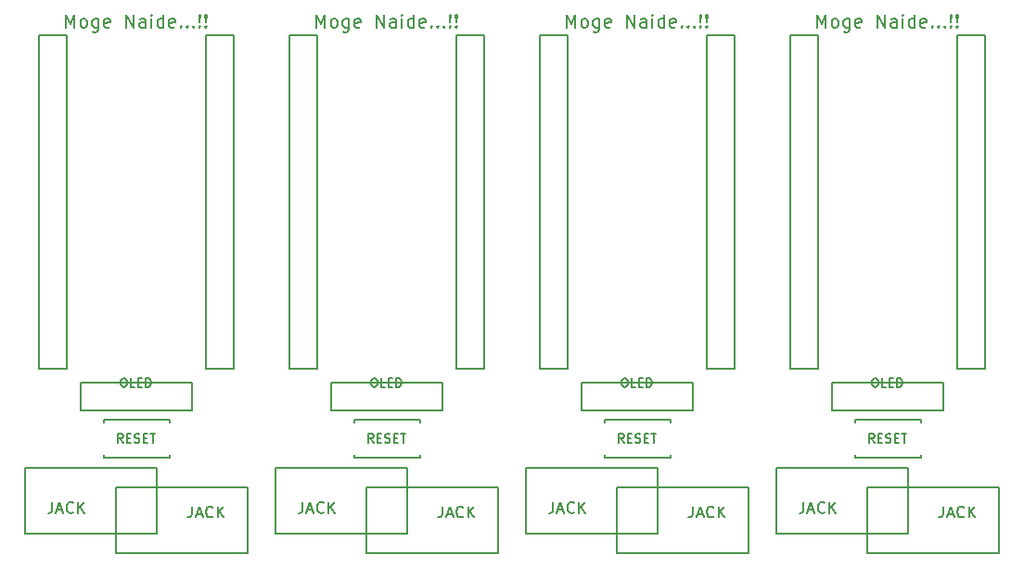
<source format=gto>
G04 #@! TF.GenerationSoftware,KiCad,Pcbnew,5.0.2-bee76a0~70~ubuntu18.04.1*
G04 #@! TF.CreationDate,2019-11-06T22:06:29+09:00*
G04 #@! TF.ProjectId,promicro-home_panel,70726f6d-6963-4726-9f2d-686f6d655f70,1*
G04 #@! TF.SameCoordinates,Original*
G04 #@! TF.FileFunction,Legend,Top*
G04 #@! TF.FilePolarity,Positive*
%FSLAX46Y46*%
G04 Gerber Fmt 4.6, Leading zero omitted, Abs format (unit mm)*
G04 Created by KiCad (PCBNEW 5.0.2-bee76a0~70~ubuntu18.04.1) date 2019年11月06日 22時06分29秒*
%MOMM*%
%LPD*%
G01*
G04 APERTURE LIST*
%ADD10C,0.187500*%
%ADD11C,0.200000*%
%ADD12C,0.150000*%
G04 APERTURE END LIST*
D10*
X159335000Y-46897857D02*
X159335000Y-45697857D01*
X159735000Y-46555000D01*
X160135000Y-45697857D01*
X160135000Y-46897857D01*
X160877857Y-46897857D02*
X160763571Y-46840714D01*
X160706428Y-46783571D01*
X160649285Y-46669285D01*
X160649285Y-46326428D01*
X160706428Y-46212142D01*
X160763571Y-46155000D01*
X160877857Y-46097857D01*
X161049285Y-46097857D01*
X161163571Y-46155000D01*
X161220714Y-46212142D01*
X161277857Y-46326428D01*
X161277857Y-46669285D01*
X161220714Y-46783571D01*
X161163571Y-46840714D01*
X161049285Y-46897857D01*
X160877857Y-46897857D01*
X162306428Y-46097857D02*
X162306428Y-47069285D01*
X162249285Y-47183571D01*
X162192142Y-47240714D01*
X162077857Y-47297857D01*
X161906428Y-47297857D01*
X161792142Y-47240714D01*
X162306428Y-46840714D02*
X162192142Y-46897857D01*
X161963571Y-46897857D01*
X161849285Y-46840714D01*
X161792142Y-46783571D01*
X161735000Y-46669285D01*
X161735000Y-46326428D01*
X161792142Y-46212142D01*
X161849285Y-46155000D01*
X161963571Y-46097857D01*
X162192142Y-46097857D01*
X162306428Y-46155000D01*
X163335000Y-46840714D02*
X163220714Y-46897857D01*
X162992142Y-46897857D01*
X162877857Y-46840714D01*
X162820714Y-46726428D01*
X162820714Y-46269285D01*
X162877857Y-46155000D01*
X162992142Y-46097857D01*
X163220714Y-46097857D01*
X163335000Y-46155000D01*
X163392142Y-46269285D01*
X163392142Y-46383571D01*
X162820714Y-46497857D01*
X164820714Y-46897857D02*
X164820714Y-45697857D01*
X165506428Y-46897857D01*
X165506428Y-45697857D01*
X166592142Y-46897857D02*
X166592142Y-46269285D01*
X166535000Y-46155000D01*
X166420714Y-46097857D01*
X166192142Y-46097857D01*
X166077857Y-46155000D01*
X166592142Y-46840714D02*
X166477857Y-46897857D01*
X166192142Y-46897857D01*
X166077857Y-46840714D01*
X166020714Y-46726428D01*
X166020714Y-46612142D01*
X166077857Y-46497857D01*
X166192142Y-46440714D01*
X166477857Y-46440714D01*
X166592142Y-46383571D01*
X167163571Y-46897857D02*
X167163571Y-46097857D01*
X167163571Y-45697857D02*
X167106428Y-45755000D01*
X167163571Y-45812142D01*
X167220714Y-45755000D01*
X167163571Y-45697857D01*
X167163571Y-45812142D01*
X168249285Y-46897857D02*
X168249285Y-45697857D01*
X168249285Y-46840714D02*
X168135000Y-46897857D01*
X167906428Y-46897857D01*
X167792142Y-46840714D01*
X167735000Y-46783571D01*
X167677857Y-46669285D01*
X167677857Y-46326428D01*
X167735000Y-46212142D01*
X167792142Y-46155000D01*
X167906428Y-46097857D01*
X168135000Y-46097857D01*
X168249285Y-46155000D01*
X169277857Y-46840714D02*
X169163571Y-46897857D01*
X168935000Y-46897857D01*
X168820714Y-46840714D01*
X168763571Y-46726428D01*
X168763571Y-46269285D01*
X168820714Y-46155000D01*
X168935000Y-46097857D01*
X169163571Y-46097857D01*
X169277857Y-46155000D01*
X169335000Y-46269285D01*
X169335000Y-46383571D01*
X168763571Y-46497857D01*
X169849285Y-46783571D02*
X169906428Y-46840714D01*
X169849285Y-46897857D01*
X169792142Y-46840714D01*
X169849285Y-46783571D01*
X169849285Y-46897857D01*
X170420714Y-46783571D02*
X170477857Y-46840714D01*
X170420714Y-46897857D01*
X170363571Y-46840714D01*
X170420714Y-46783571D01*
X170420714Y-46897857D01*
X170992142Y-46783571D02*
X171049285Y-46840714D01*
X170992142Y-46897857D01*
X170935000Y-46840714D01*
X170992142Y-46783571D01*
X170992142Y-46897857D01*
X171563571Y-46783571D02*
X171620714Y-46840714D01*
X171563571Y-46897857D01*
X171506428Y-46840714D01*
X171563571Y-46783571D01*
X171563571Y-46897857D01*
X171563571Y-46440714D02*
X171506428Y-45755000D01*
X171563571Y-45697857D01*
X171620714Y-45755000D01*
X171563571Y-46440714D01*
X171563571Y-45697857D01*
X172135000Y-46783571D02*
X172192142Y-46840714D01*
X172135000Y-46897857D01*
X172077857Y-46840714D01*
X172135000Y-46783571D01*
X172135000Y-46897857D01*
X172135000Y-46440714D02*
X172077857Y-45755000D01*
X172135000Y-45697857D01*
X172192142Y-45755000D01*
X172135000Y-46440714D01*
X172135000Y-45697857D01*
X136475000Y-46897857D02*
X136475000Y-45697857D01*
X136875000Y-46555000D01*
X137275000Y-45697857D01*
X137275000Y-46897857D01*
X138017857Y-46897857D02*
X137903571Y-46840714D01*
X137846428Y-46783571D01*
X137789285Y-46669285D01*
X137789285Y-46326428D01*
X137846428Y-46212142D01*
X137903571Y-46155000D01*
X138017857Y-46097857D01*
X138189285Y-46097857D01*
X138303571Y-46155000D01*
X138360714Y-46212142D01*
X138417857Y-46326428D01*
X138417857Y-46669285D01*
X138360714Y-46783571D01*
X138303571Y-46840714D01*
X138189285Y-46897857D01*
X138017857Y-46897857D01*
X139446428Y-46097857D02*
X139446428Y-47069285D01*
X139389285Y-47183571D01*
X139332142Y-47240714D01*
X139217857Y-47297857D01*
X139046428Y-47297857D01*
X138932142Y-47240714D01*
X139446428Y-46840714D02*
X139332142Y-46897857D01*
X139103571Y-46897857D01*
X138989285Y-46840714D01*
X138932142Y-46783571D01*
X138875000Y-46669285D01*
X138875000Y-46326428D01*
X138932142Y-46212142D01*
X138989285Y-46155000D01*
X139103571Y-46097857D01*
X139332142Y-46097857D01*
X139446428Y-46155000D01*
X140475000Y-46840714D02*
X140360714Y-46897857D01*
X140132142Y-46897857D01*
X140017857Y-46840714D01*
X139960714Y-46726428D01*
X139960714Y-46269285D01*
X140017857Y-46155000D01*
X140132142Y-46097857D01*
X140360714Y-46097857D01*
X140475000Y-46155000D01*
X140532142Y-46269285D01*
X140532142Y-46383571D01*
X139960714Y-46497857D01*
X141960714Y-46897857D02*
X141960714Y-45697857D01*
X142646428Y-46897857D01*
X142646428Y-45697857D01*
X143732142Y-46897857D02*
X143732142Y-46269285D01*
X143675000Y-46155000D01*
X143560714Y-46097857D01*
X143332142Y-46097857D01*
X143217857Y-46155000D01*
X143732142Y-46840714D02*
X143617857Y-46897857D01*
X143332142Y-46897857D01*
X143217857Y-46840714D01*
X143160714Y-46726428D01*
X143160714Y-46612142D01*
X143217857Y-46497857D01*
X143332142Y-46440714D01*
X143617857Y-46440714D01*
X143732142Y-46383571D01*
X144303571Y-46897857D02*
X144303571Y-46097857D01*
X144303571Y-45697857D02*
X144246428Y-45755000D01*
X144303571Y-45812142D01*
X144360714Y-45755000D01*
X144303571Y-45697857D01*
X144303571Y-45812142D01*
X145389285Y-46897857D02*
X145389285Y-45697857D01*
X145389285Y-46840714D02*
X145275000Y-46897857D01*
X145046428Y-46897857D01*
X144932142Y-46840714D01*
X144875000Y-46783571D01*
X144817857Y-46669285D01*
X144817857Y-46326428D01*
X144875000Y-46212142D01*
X144932142Y-46155000D01*
X145046428Y-46097857D01*
X145275000Y-46097857D01*
X145389285Y-46155000D01*
X146417857Y-46840714D02*
X146303571Y-46897857D01*
X146075000Y-46897857D01*
X145960714Y-46840714D01*
X145903571Y-46726428D01*
X145903571Y-46269285D01*
X145960714Y-46155000D01*
X146075000Y-46097857D01*
X146303571Y-46097857D01*
X146417857Y-46155000D01*
X146475000Y-46269285D01*
X146475000Y-46383571D01*
X145903571Y-46497857D01*
X146989285Y-46783571D02*
X147046428Y-46840714D01*
X146989285Y-46897857D01*
X146932142Y-46840714D01*
X146989285Y-46783571D01*
X146989285Y-46897857D01*
X147560714Y-46783571D02*
X147617857Y-46840714D01*
X147560714Y-46897857D01*
X147503571Y-46840714D01*
X147560714Y-46783571D01*
X147560714Y-46897857D01*
X148132142Y-46783571D02*
X148189285Y-46840714D01*
X148132142Y-46897857D01*
X148075000Y-46840714D01*
X148132142Y-46783571D01*
X148132142Y-46897857D01*
X148703571Y-46783571D02*
X148760714Y-46840714D01*
X148703571Y-46897857D01*
X148646428Y-46840714D01*
X148703571Y-46783571D01*
X148703571Y-46897857D01*
X148703571Y-46440714D02*
X148646428Y-45755000D01*
X148703571Y-45697857D01*
X148760714Y-45755000D01*
X148703571Y-46440714D01*
X148703571Y-45697857D01*
X149275000Y-46783571D02*
X149332142Y-46840714D01*
X149275000Y-46897857D01*
X149217857Y-46840714D01*
X149275000Y-46783571D01*
X149275000Y-46897857D01*
X149275000Y-46440714D02*
X149217857Y-45755000D01*
X149275000Y-45697857D01*
X149332142Y-45755000D01*
X149275000Y-46440714D01*
X149275000Y-45697857D01*
X113615000Y-46897857D02*
X113615000Y-45697857D01*
X114015000Y-46555000D01*
X114415000Y-45697857D01*
X114415000Y-46897857D01*
X115157857Y-46897857D02*
X115043571Y-46840714D01*
X114986428Y-46783571D01*
X114929285Y-46669285D01*
X114929285Y-46326428D01*
X114986428Y-46212142D01*
X115043571Y-46155000D01*
X115157857Y-46097857D01*
X115329285Y-46097857D01*
X115443571Y-46155000D01*
X115500714Y-46212142D01*
X115557857Y-46326428D01*
X115557857Y-46669285D01*
X115500714Y-46783571D01*
X115443571Y-46840714D01*
X115329285Y-46897857D01*
X115157857Y-46897857D01*
X116586428Y-46097857D02*
X116586428Y-47069285D01*
X116529285Y-47183571D01*
X116472142Y-47240714D01*
X116357857Y-47297857D01*
X116186428Y-47297857D01*
X116072142Y-47240714D01*
X116586428Y-46840714D02*
X116472142Y-46897857D01*
X116243571Y-46897857D01*
X116129285Y-46840714D01*
X116072142Y-46783571D01*
X116015000Y-46669285D01*
X116015000Y-46326428D01*
X116072142Y-46212142D01*
X116129285Y-46155000D01*
X116243571Y-46097857D01*
X116472142Y-46097857D01*
X116586428Y-46155000D01*
X117615000Y-46840714D02*
X117500714Y-46897857D01*
X117272142Y-46897857D01*
X117157857Y-46840714D01*
X117100714Y-46726428D01*
X117100714Y-46269285D01*
X117157857Y-46155000D01*
X117272142Y-46097857D01*
X117500714Y-46097857D01*
X117615000Y-46155000D01*
X117672142Y-46269285D01*
X117672142Y-46383571D01*
X117100714Y-46497857D01*
X119100714Y-46897857D02*
X119100714Y-45697857D01*
X119786428Y-46897857D01*
X119786428Y-45697857D01*
X120872142Y-46897857D02*
X120872142Y-46269285D01*
X120815000Y-46155000D01*
X120700714Y-46097857D01*
X120472142Y-46097857D01*
X120357857Y-46155000D01*
X120872142Y-46840714D02*
X120757857Y-46897857D01*
X120472142Y-46897857D01*
X120357857Y-46840714D01*
X120300714Y-46726428D01*
X120300714Y-46612142D01*
X120357857Y-46497857D01*
X120472142Y-46440714D01*
X120757857Y-46440714D01*
X120872142Y-46383571D01*
X121443571Y-46897857D02*
X121443571Y-46097857D01*
X121443571Y-45697857D02*
X121386428Y-45755000D01*
X121443571Y-45812142D01*
X121500714Y-45755000D01*
X121443571Y-45697857D01*
X121443571Y-45812142D01*
X122529285Y-46897857D02*
X122529285Y-45697857D01*
X122529285Y-46840714D02*
X122415000Y-46897857D01*
X122186428Y-46897857D01*
X122072142Y-46840714D01*
X122015000Y-46783571D01*
X121957857Y-46669285D01*
X121957857Y-46326428D01*
X122015000Y-46212142D01*
X122072142Y-46155000D01*
X122186428Y-46097857D01*
X122415000Y-46097857D01*
X122529285Y-46155000D01*
X123557857Y-46840714D02*
X123443571Y-46897857D01*
X123215000Y-46897857D01*
X123100714Y-46840714D01*
X123043571Y-46726428D01*
X123043571Y-46269285D01*
X123100714Y-46155000D01*
X123215000Y-46097857D01*
X123443571Y-46097857D01*
X123557857Y-46155000D01*
X123615000Y-46269285D01*
X123615000Y-46383571D01*
X123043571Y-46497857D01*
X124129285Y-46783571D02*
X124186428Y-46840714D01*
X124129285Y-46897857D01*
X124072142Y-46840714D01*
X124129285Y-46783571D01*
X124129285Y-46897857D01*
X124700714Y-46783571D02*
X124757857Y-46840714D01*
X124700714Y-46897857D01*
X124643571Y-46840714D01*
X124700714Y-46783571D01*
X124700714Y-46897857D01*
X125272142Y-46783571D02*
X125329285Y-46840714D01*
X125272142Y-46897857D01*
X125215000Y-46840714D01*
X125272142Y-46783571D01*
X125272142Y-46897857D01*
X125843571Y-46783571D02*
X125900714Y-46840714D01*
X125843571Y-46897857D01*
X125786428Y-46840714D01*
X125843571Y-46783571D01*
X125843571Y-46897857D01*
X125843571Y-46440714D02*
X125786428Y-45755000D01*
X125843571Y-45697857D01*
X125900714Y-45755000D01*
X125843571Y-46440714D01*
X125843571Y-45697857D01*
X126415000Y-46783571D02*
X126472142Y-46840714D01*
X126415000Y-46897857D01*
X126357857Y-46840714D01*
X126415000Y-46783571D01*
X126415000Y-46897857D01*
X126415000Y-46440714D02*
X126357857Y-45755000D01*
X126415000Y-45697857D01*
X126472142Y-45755000D01*
X126415000Y-46440714D01*
X126415000Y-45697857D01*
D11*
X170815000Y-79375000D02*
X160655000Y-79375000D01*
X147955000Y-79375000D02*
X137795000Y-79375000D01*
X125095000Y-79375000D02*
X114935000Y-79375000D01*
X170815000Y-81915000D02*
X170815000Y-79375000D01*
X147955000Y-81915000D02*
X147955000Y-79375000D01*
X125095000Y-81915000D02*
X125095000Y-79375000D01*
X160655000Y-81915000D02*
X170815000Y-81915000D01*
X137795000Y-81915000D02*
X147955000Y-81915000D01*
X114935000Y-81915000D02*
X125095000Y-81915000D01*
X160655000Y-79375000D02*
X160655000Y-81915000D01*
X137795000Y-79375000D02*
X137795000Y-81915000D01*
X114935000Y-79375000D02*
X114935000Y-81915000D01*
X92075000Y-79375000D02*
X92075000Y-81915000D01*
X92075000Y-81915000D02*
X102235000Y-81915000D01*
X102235000Y-81915000D02*
X102235000Y-79375000D01*
X102235000Y-79375000D02*
X92075000Y-79375000D01*
D10*
X90755000Y-46897857D02*
X90755000Y-45697857D01*
X91155000Y-46555000D01*
X91555000Y-45697857D01*
X91555000Y-46897857D01*
X92297857Y-46897857D02*
X92183571Y-46840714D01*
X92126428Y-46783571D01*
X92069285Y-46669285D01*
X92069285Y-46326428D01*
X92126428Y-46212142D01*
X92183571Y-46155000D01*
X92297857Y-46097857D01*
X92469285Y-46097857D01*
X92583571Y-46155000D01*
X92640714Y-46212142D01*
X92697857Y-46326428D01*
X92697857Y-46669285D01*
X92640714Y-46783571D01*
X92583571Y-46840714D01*
X92469285Y-46897857D01*
X92297857Y-46897857D01*
X93726428Y-46097857D02*
X93726428Y-47069285D01*
X93669285Y-47183571D01*
X93612142Y-47240714D01*
X93497857Y-47297857D01*
X93326428Y-47297857D01*
X93212142Y-47240714D01*
X93726428Y-46840714D02*
X93612142Y-46897857D01*
X93383571Y-46897857D01*
X93269285Y-46840714D01*
X93212142Y-46783571D01*
X93155000Y-46669285D01*
X93155000Y-46326428D01*
X93212142Y-46212142D01*
X93269285Y-46155000D01*
X93383571Y-46097857D01*
X93612142Y-46097857D01*
X93726428Y-46155000D01*
X94755000Y-46840714D02*
X94640714Y-46897857D01*
X94412142Y-46897857D01*
X94297857Y-46840714D01*
X94240714Y-46726428D01*
X94240714Y-46269285D01*
X94297857Y-46155000D01*
X94412142Y-46097857D01*
X94640714Y-46097857D01*
X94755000Y-46155000D01*
X94812142Y-46269285D01*
X94812142Y-46383571D01*
X94240714Y-46497857D01*
X96240714Y-46897857D02*
X96240714Y-45697857D01*
X96926428Y-46897857D01*
X96926428Y-45697857D01*
X98012142Y-46897857D02*
X98012142Y-46269285D01*
X97955000Y-46155000D01*
X97840714Y-46097857D01*
X97612142Y-46097857D01*
X97497857Y-46155000D01*
X98012142Y-46840714D02*
X97897857Y-46897857D01*
X97612142Y-46897857D01*
X97497857Y-46840714D01*
X97440714Y-46726428D01*
X97440714Y-46612142D01*
X97497857Y-46497857D01*
X97612142Y-46440714D01*
X97897857Y-46440714D01*
X98012142Y-46383571D01*
X98583571Y-46897857D02*
X98583571Y-46097857D01*
X98583571Y-45697857D02*
X98526428Y-45755000D01*
X98583571Y-45812142D01*
X98640714Y-45755000D01*
X98583571Y-45697857D01*
X98583571Y-45812142D01*
X99669285Y-46897857D02*
X99669285Y-45697857D01*
X99669285Y-46840714D02*
X99555000Y-46897857D01*
X99326428Y-46897857D01*
X99212142Y-46840714D01*
X99155000Y-46783571D01*
X99097857Y-46669285D01*
X99097857Y-46326428D01*
X99155000Y-46212142D01*
X99212142Y-46155000D01*
X99326428Y-46097857D01*
X99555000Y-46097857D01*
X99669285Y-46155000D01*
X100697857Y-46840714D02*
X100583571Y-46897857D01*
X100355000Y-46897857D01*
X100240714Y-46840714D01*
X100183571Y-46726428D01*
X100183571Y-46269285D01*
X100240714Y-46155000D01*
X100355000Y-46097857D01*
X100583571Y-46097857D01*
X100697857Y-46155000D01*
X100755000Y-46269285D01*
X100755000Y-46383571D01*
X100183571Y-46497857D01*
X101269285Y-46783571D02*
X101326428Y-46840714D01*
X101269285Y-46897857D01*
X101212142Y-46840714D01*
X101269285Y-46783571D01*
X101269285Y-46897857D01*
X101840714Y-46783571D02*
X101897857Y-46840714D01*
X101840714Y-46897857D01*
X101783571Y-46840714D01*
X101840714Y-46783571D01*
X101840714Y-46897857D01*
X102412142Y-46783571D02*
X102469285Y-46840714D01*
X102412142Y-46897857D01*
X102355000Y-46840714D01*
X102412142Y-46783571D01*
X102412142Y-46897857D01*
X102983571Y-46783571D02*
X103040714Y-46840714D01*
X102983571Y-46897857D01*
X102926428Y-46840714D01*
X102983571Y-46783571D01*
X102983571Y-46897857D01*
X102983571Y-46440714D02*
X102926428Y-45755000D01*
X102983571Y-45697857D01*
X103040714Y-45755000D01*
X102983571Y-46440714D01*
X102983571Y-45697857D01*
X103555000Y-46783571D02*
X103612142Y-46840714D01*
X103555000Y-46897857D01*
X103497857Y-46840714D01*
X103555000Y-46783571D01*
X103555000Y-46897857D01*
X103555000Y-46440714D02*
X103497857Y-45755000D01*
X103555000Y-45697857D01*
X103612142Y-45755000D01*
X103555000Y-46440714D01*
X103555000Y-45697857D01*
D12*
G04 #@! TO.C,RESET1*
X162810000Y-86205000D02*
X168810000Y-86205000D01*
X168810000Y-86205000D02*
X168810000Y-85955000D01*
X162810000Y-86205000D02*
X162810000Y-85955000D01*
X162810000Y-82705000D02*
X162810000Y-82955000D01*
X162810000Y-82705000D02*
X168810000Y-82705000D01*
X168810000Y-82705000D02*
X168810000Y-82955000D01*
X139950000Y-86205000D02*
X145950000Y-86205000D01*
X145950000Y-86205000D02*
X145950000Y-85955000D01*
X139950000Y-86205000D02*
X139950000Y-85955000D01*
X139950000Y-82705000D02*
X139950000Y-82955000D01*
X139950000Y-82705000D02*
X145950000Y-82705000D01*
X145950000Y-82705000D02*
X145950000Y-82955000D01*
X117090000Y-86205000D02*
X123090000Y-86205000D01*
X123090000Y-86205000D02*
X123090000Y-85955000D01*
X117090000Y-86205000D02*
X117090000Y-85955000D01*
X117090000Y-82705000D02*
X117090000Y-82955000D01*
X117090000Y-82705000D02*
X123090000Y-82705000D01*
X123090000Y-82705000D02*
X123090000Y-82955000D01*
G04 #@! TO.C,JACK*
X167625000Y-93130000D02*
X155625000Y-93130000D01*
X167625000Y-87130000D02*
X167625000Y-93130000D01*
X155625000Y-87130000D02*
X167625000Y-87130000D01*
X155625000Y-93130000D02*
X155625000Y-87130000D01*
X144765000Y-93130000D02*
X132765000Y-93130000D01*
X144765000Y-87130000D02*
X144765000Y-93130000D01*
X132765000Y-87130000D02*
X144765000Y-87130000D01*
X132765000Y-93130000D02*
X132765000Y-87130000D01*
X121905000Y-93130000D02*
X109905000Y-93130000D01*
X121905000Y-87130000D02*
X121905000Y-93130000D01*
X109905000Y-87130000D02*
X121905000Y-87130000D01*
X109905000Y-93130000D02*
X109905000Y-87130000D01*
X175895000Y-88880000D02*
X175895000Y-94880000D01*
X175895000Y-94880000D02*
X163895000Y-94880000D01*
X163895000Y-94880000D02*
X163895000Y-88880000D01*
X163895000Y-88880000D02*
X175895000Y-88880000D01*
X153035000Y-88880000D02*
X153035000Y-94880000D01*
X153035000Y-94880000D02*
X141035000Y-94880000D01*
X141035000Y-94880000D02*
X141035000Y-88880000D01*
X141035000Y-88880000D02*
X153035000Y-88880000D01*
X130175000Y-88880000D02*
X130175000Y-94880000D01*
X130175000Y-94880000D02*
X118175000Y-94880000D01*
X118175000Y-94880000D02*
X118175000Y-88880000D01*
X118175000Y-88880000D02*
X130175000Y-88880000D01*
G04 #@! TO.C,OLED*
X160655000Y-81915000D02*
X170815000Y-81915000D01*
X160655000Y-79375000D02*
X170815000Y-79375000D01*
X170815000Y-79375000D02*
X170815000Y-81915000D01*
X160655000Y-81915000D02*
X160655000Y-79375000D01*
X137795000Y-81915000D02*
X147955000Y-81915000D01*
X137795000Y-79375000D02*
X147955000Y-79375000D01*
X147955000Y-79375000D02*
X147955000Y-81915000D01*
X137795000Y-81915000D02*
X137795000Y-79375000D01*
X114935000Y-81915000D02*
X125095000Y-81915000D01*
X114935000Y-79375000D02*
X125095000Y-79375000D01*
X125095000Y-79375000D02*
X125095000Y-81915000D01*
X114935000Y-81915000D02*
X114935000Y-79375000D01*
G04 #@! TO.C,U2*
X159385000Y-47625000D02*
X156845000Y-47625000D01*
X156845000Y-47625000D02*
X156845000Y-78105000D01*
X156845000Y-78105000D02*
X159385000Y-78105000D01*
X159385000Y-78105000D02*
X159385000Y-47625000D01*
X174625000Y-47625000D02*
X172085000Y-47625000D01*
X172085000Y-47625000D02*
X172085000Y-78105000D01*
X172085000Y-78105000D02*
X174625000Y-78105000D01*
X174625000Y-78105000D02*
X174625000Y-47625000D01*
X136525000Y-47625000D02*
X133985000Y-47625000D01*
X133985000Y-47625000D02*
X133985000Y-78105000D01*
X133985000Y-78105000D02*
X136525000Y-78105000D01*
X136525000Y-78105000D02*
X136525000Y-47625000D01*
X151765000Y-47625000D02*
X149225000Y-47625000D01*
X149225000Y-47625000D02*
X149225000Y-78105000D01*
X149225000Y-78105000D02*
X151765000Y-78105000D01*
X151765000Y-78105000D02*
X151765000Y-47625000D01*
X113665000Y-47625000D02*
X111125000Y-47625000D01*
X111125000Y-47625000D02*
X111125000Y-78105000D01*
X111125000Y-78105000D02*
X113665000Y-78105000D01*
X113665000Y-78105000D02*
X113665000Y-47625000D01*
X128905000Y-47625000D02*
X126365000Y-47625000D01*
X126365000Y-47625000D02*
X126365000Y-78105000D01*
X126365000Y-78105000D02*
X128905000Y-78105000D01*
X128905000Y-78105000D02*
X128905000Y-47625000D01*
G04 #@! TO.C,JACK*
X95315000Y-88880000D02*
X107315000Y-88880000D01*
X95315000Y-94880000D02*
X95315000Y-88880000D01*
X107315000Y-94880000D02*
X95315000Y-94880000D01*
X107315000Y-88880000D02*
X107315000Y-94880000D01*
X87045000Y-93130000D02*
X87045000Y-87130000D01*
X87045000Y-87130000D02*
X99045000Y-87130000D01*
X99045000Y-87130000D02*
X99045000Y-93130000D01*
X99045000Y-93130000D02*
X87045000Y-93130000D01*
G04 #@! TO.C,RESET1*
X100230000Y-82705000D02*
X100230000Y-82955000D01*
X94230000Y-82705000D02*
X100230000Y-82705000D01*
X94230000Y-82705000D02*
X94230000Y-82955000D01*
X94230000Y-86205000D02*
X94230000Y-85955000D01*
X100230000Y-86205000D02*
X100230000Y-85955000D01*
X94230000Y-86205000D02*
X100230000Y-86205000D01*
G04 #@! TO.C,U2*
X106045000Y-78105000D02*
X106045000Y-47625000D01*
X103505000Y-78105000D02*
X106045000Y-78105000D01*
X103505000Y-47625000D02*
X103505000Y-78105000D01*
X106045000Y-47625000D02*
X103505000Y-47625000D01*
X90805000Y-78105000D02*
X90805000Y-47625000D01*
X88265000Y-78105000D02*
X90805000Y-78105000D01*
X88265000Y-47625000D02*
X88265000Y-78105000D01*
X90805000Y-47625000D02*
X88265000Y-47625000D01*
G04 #@! TO.C,OLED*
X92075000Y-81915000D02*
X92075000Y-79375000D01*
X102235000Y-79375000D02*
X102235000Y-81915000D01*
X92075000Y-79375000D02*
X102235000Y-79375000D01*
X92075000Y-81915000D02*
X102235000Y-81915000D01*
G04 #@! TO.C,RESET1*
X164554504Y-84822695D02*
X164283571Y-84435647D01*
X164090047Y-84822695D02*
X164090047Y-84009895D01*
X164399685Y-84009895D01*
X164477095Y-84048600D01*
X164515800Y-84087304D01*
X164554504Y-84164714D01*
X164554504Y-84280828D01*
X164515800Y-84358238D01*
X164477095Y-84396942D01*
X164399685Y-84435647D01*
X164090047Y-84435647D01*
X164902847Y-84396942D02*
X165173780Y-84396942D01*
X165289895Y-84822695D02*
X164902847Y-84822695D01*
X164902847Y-84009895D01*
X165289895Y-84009895D01*
X165599533Y-84783990D02*
X165715647Y-84822695D01*
X165909171Y-84822695D01*
X165986580Y-84783990D01*
X166025285Y-84745285D01*
X166063990Y-84667876D01*
X166063990Y-84590466D01*
X166025285Y-84513057D01*
X165986580Y-84474352D01*
X165909171Y-84435647D01*
X165754352Y-84396942D01*
X165676942Y-84358238D01*
X165638238Y-84319533D01*
X165599533Y-84242123D01*
X165599533Y-84164714D01*
X165638238Y-84087304D01*
X165676942Y-84048600D01*
X165754352Y-84009895D01*
X165947876Y-84009895D01*
X166063990Y-84048600D01*
X166412333Y-84396942D02*
X166683266Y-84396942D01*
X166799380Y-84822695D02*
X166412333Y-84822695D01*
X166412333Y-84009895D01*
X166799380Y-84009895D01*
X167031609Y-84009895D02*
X167496066Y-84009895D01*
X167263838Y-84822695D02*
X167263838Y-84009895D01*
X141694504Y-84822695D02*
X141423571Y-84435647D01*
X141230047Y-84822695D02*
X141230047Y-84009895D01*
X141539685Y-84009895D01*
X141617095Y-84048600D01*
X141655800Y-84087304D01*
X141694504Y-84164714D01*
X141694504Y-84280828D01*
X141655800Y-84358238D01*
X141617095Y-84396942D01*
X141539685Y-84435647D01*
X141230047Y-84435647D01*
X142042847Y-84396942D02*
X142313780Y-84396942D01*
X142429895Y-84822695D02*
X142042847Y-84822695D01*
X142042847Y-84009895D01*
X142429895Y-84009895D01*
X142739533Y-84783990D02*
X142855647Y-84822695D01*
X143049171Y-84822695D01*
X143126580Y-84783990D01*
X143165285Y-84745285D01*
X143203990Y-84667876D01*
X143203990Y-84590466D01*
X143165285Y-84513057D01*
X143126580Y-84474352D01*
X143049171Y-84435647D01*
X142894352Y-84396942D01*
X142816942Y-84358238D01*
X142778238Y-84319533D01*
X142739533Y-84242123D01*
X142739533Y-84164714D01*
X142778238Y-84087304D01*
X142816942Y-84048600D01*
X142894352Y-84009895D01*
X143087876Y-84009895D01*
X143203990Y-84048600D01*
X143552333Y-84396942D02*
X143823266Y-84396942D01*
X143939380Y-84822695D02*
X143552333Y-84822695D01*
X143552333Y-84009895D01*
X143939380Y-84009895D01*
X144171609Y-84009895D02*
X144636066Y-84009895D01*
X144403838Y-84822695D02*
X144403838Y-84009895D01*
X118834504Y-84822695D02*
X118563571Y-84435647D01*
X118370047Y-84822695D02*
X118370047Y-84009895D01*
X118679685Y-84009895D01*
X118757095Y-84048600D01*
X118795800Y-84087304D01*
X118834504Y-84164714D01*
X118834504Y-84280828D01*
X118795800Y-84358238D01*
X118757095Y-84396942D01*
X118679685Y-84435647D01*
X118370047Y-84435647D01*
X119182847Y-84396942D02*
X119453780Y-84396942D01*
X119569895Y-84822695D02*
X119182847Y-84822695D01*
X119182847Y-84009895D01*
X119569895Y-84009895D01*
X119879533Y-84783990D02*
X119995647Y-84822695D01*
X120189171Y-84822695D01*
X120266580Y-84783990D01*
X120305285Y-84745285D01*
X120343990Y-84667876D01*
X120343990Y-84590466D01*
X120305285Y-84513057D01*
X120266580Y-84474352D01*
X120189171Y-84435647D01*
X120034352Y-84396942D01*
X119956942Y-84358238D01*
X119918238Y-84319533D01*
X119879533Y-84242123D01*
X119879533Y-84164714D01*
X119918238Y-84087304D01*
X119956942Y-84048600D01*
X120034352Y-84009895D01*
X120227876Y-84009895D01*
X120343990Y-84048600D01*
X120692333Y-84396942D02*
X120963266Y-84396942D01*
X121079380Y-84822695D02*
X120692333Y-84822695D01*
X120692333Y-84009895D01*
X121079380Y-84009895D01*
X121311609Y-84009895D02*
X121776066Y-84009895D01*
X121543838Y-84822695D02*
X121543838Y-84009895D01*
G04 #@! TO.C,JACK*
X158099285Y-90257380D02*
X158099285Y-90971666D01*
X158051666Y-91114523D01*
X157956428Y-91209761D01*
X157813571Y-91257380D01*
X157718333Y-91257380D01*
X158527857Y-90971666D02*
X159004047Y-90971666D01*
X158432619Y-91257380D02*
X158765952Y-90257380D01*
X159099285Y-91257380D01*
X160004047Y-91162142D02*
X159956428Y-91209761D01*
X159813571Y-91257380D01*
X159718333Y-91257380D01*
X159575476Y-91209761D01*
X159480238Y-91114523D01*
X159432619Y-91019285D01*
X159385000Y-90828809D01*
X159385000Y-90685952D01*
X159432619Y-90495476D01*
X159480238Y-90400238D01*
X159575476Y-90305000D01*
X159718333Y-90257380D01*
X159813571Y-90257380D01*
X159956428Y-90305000D01*
X160004047Y-90352619D01*
X160432619Y-91257380D02*
X160432619Y-90257380D01*
X161004047Y-91257380D02*
X160575476Y-90685952D01*
X161004047Y-90257380D02*
X160432619Y-90828809D01*
X135239285Y-90257380D02*
X135239285Y-90971666D01*
X135191666Y-91114523D01*
X135096428Y-91209761D01*
X134953571Y-91257380D01*
X134858333Y-91257380D01*
X135667857Y-90971666D02*
X136144047Y-90971666D01*
X135572619Y-91257380D02*
X135905952Y-90257380D01*
X136239285Y-91257380D01*
X137144047Y-91162142D02*
X137096428Y-91209761D01*
X136953571Y-91257380D01*
X136858333Y-91257380D01*
X136715476Y-91209761D01*
X136620238Y-91114523D01*
X136572619Y-91019285D01*
X136525000Y-90828809D01*
X136525000Y-90685952D01*
X136572619Y-90495476D01*
X136620238Y-90400238D01*
X136715476Y-90305000D01*
X136858333Y-90257380D01*
X136953571Y-90257380D01*
X137096428Y-90305000D01*
X137144047Y-90352619D01*
X137572619Y-91257380D02*
X137572619Y-90257380D01*
X138144047Y-91257380D02*
X137715476Y-90685952D01*
X138144047Y-90257380D02*
X137572619Y-90828809D01*
X112379285Y-90257380D02*
X112379285Y-90971666D01*
X112331666Y-91114523D01*
X112236428Y-91209761D01*
X112093571Y-91257380D01*
X111998333Y-91257380D01*
X112807857Y-90971666D02*
X113284047Y-90971666D01*
X112712619Y-91257380D02*
X113045952Y-90257380D01*
X113379285Y-91257380D01*
X114284047Y-91162142D02*
X114236428Y-91209761D01*
X114093571Y-91257380D01*
X113998333Y-91257380D01*
X113855476Y-91209761D01*
X113760238Y-91114523D01*
X113712619Y-91019285D01*
X113665000Y-90828809D01*
X113665000Y-90685952D01*
X113712619Y-90495476D01*
X113760238Y-90400238D01*
X113855476Y-90305000D01*
X113998333Y-90257380D01*
X114093571Y-90257380D01*
X114236428Y-90305000D01*
X114284047Y-90352619D01*
X114712619Y-91257380D02*
X114712619Y-90257380D01*
X115284047Y-91257380D02*
X114855476Y-90685952D01*
X115284047Y-90257380D02*
X114712619Y-90828809D01*
X170849285Y-90657380D02*
X170849285Y-91371666D01*
X170801666Y-91514523D01*
X170706428Y-91609761D01*
X170563571Y-91657380D01*
X170468333Y-91657380D01*
X171277857Y-91371666D02*
X171754047Y-91371666D01*
X171182619Y-91657380D02*
X171515952Y-90657380D01*
X171849285Y-91657380D01*
X172754047Y-91562142D02*
X172706428Y-91609761D01*
X172563571Y-91657380D01*
X172468333Y-91657380D01*
X172325476Y-91609761D01*
X172230238Y-91514523D01*
X172182619Y-91419285D01*
X172135000Y-91228809D01*
X172135000Y-91085952D01*
X172182619Y-90895476D01*
X172230238Y-90800238D01*
X172325476Y-90705000D01*
X172468333Y-90657380D01*
X172563571Y-90657380D01*
X172706428Y-90705000D01*
X172754047Y-90752619D01*
X173182619Y-91657380D02*
X173182619Y-90657380D01*
X173754047Y-91657380D02*
X173325476Y-91085952D01*
X173754047Y-90657380D02*
X173182619Y-91228809D01*
X147989285Y-90657380D02*
X147989285Y-91371666D01*
X147941666Y-91514523D01*
X147846428Y-91609761D01*
X147703571Y-91657380D01*
X147608333Y-91657380D01*
X148417857Y-91371666D02*
X148894047Y-91371666D01*
X148322619Y-91657380D02*
X148655952Y-90657380D01*
X148989285Y-91657380D01*
X149894047Y-91562142D02*
X149846428Y-91609761D01*
X149703571Y-91657380D01*
X149608333Y-91657380D01*
X149465476Y-91609761D01*
X149370238Y-91514523D01*
X149322619Y-91419285D01*
X149275000Y-91228809D01*
X149275000Y-91085952D01*
X149322619Y-90895476D01*
X149370238Y-90800238D01*
X149465476Y-90705000D01*
X149608333Y-90657380D01*
X149703571Y-90657380D01*
X149846428Y-90705000D01*
X149894047Y-90752619D01*
X150322619Y-91657380D02*
X150322619Y-90657380D01*
X150894047Y-91657380D02*
X150465476Y-91085952D01*
X150894047Y-90657380D02*
X150322619Y-91228809D01*
X125129285Y-90657380D02*
X125129285Y-91371666D01*
X125081666Y-91514523D01*
X124986428Y-91609761D01*
X124843571Y-91657380D01*
X124748333Y-91657380D01*
X125557857Y-91371666D02*
X126034047Y-91371666D01*
X125462619Y-91657380D02*
X125795952Y-90657380D01*
X126129285Y-91657380D01*
X127034047Y-91562142D02*
X126986428Y-91609761D01*
X126843571Y-91657380D01*
X126748333Y-91657380D01*
X126605476Y-91609761D01*
X126510238Y-91514523D01*
X126462619Y-91419285D01*
X126415000Y-91228809D01*
X126415000Y-91085952D01*
X126462619Y-90895476D01*
X126510238Y-90800238D01*
X126605476Y-90705000D01*
X126748333Y-90657380D01*
X126843571Y-90657380D01*
X126986428Y-90705000D01*
X127034047Y-90752619D01*
X127462619Y-91657380D02*
X127462619Y-90657380D01*
X128034047Y-91657380D02*
X127605476Y-91085952D01*
X128034047Y-90657380D02*
X127462619Y-91228809D01*
G04 #@! TO.C,OLED*
X164554504Y-78929895D02*
X164709323Y-78929895D01*
X164786733Y-78968600D01*
X164864142Y-79046009D01*
X164902847Y-79200828D01*
X164902847Y-79471761D01*
X164864142Y-79626580D01*
X164786733Y-79703990D01*
X164709323Y-79742695D01*
X164554504Y-79742695D01*
X164477095Y-79703990D01*
X164399685Y-79626580D01*
X164360980Y-79471761D01*
X164360980Y-79200828D01*
X164399685Y-79046009D01*
X164477095Y-78968600D01*
X164554504Y-78929895D01*
X165638238Y-79742695D02*
X165251190Y-79742695D01*
X165251190Y-78929895D01*
X165909171Y-79316942D02*
X166180104Y-79316942D01*
X166296219Y-79742695D02*
X165909171Y-79742695D01*
X165909171Y-78929895D01*
X166296219Y-78929895D01*
X166644561Y-79742695D02*
X166644561Y-78929895D01*
X166838085Y-78929895D01*
X166954200Y-78968600D01*
X167031609Y-79046009D01*
X167070314Y-79123419D01*
X167109019Y-79278238D01*
X167109019Y-79394352D01*
X167070314Y-79549171D01*
X167031609Y-79626580D01*
X166954200Y-79703990D01*
X166838085Y-79742695D01*
X166644561Y-79742695D01*
X141694504Y-78929895D02*
X141849323Y-78929895D01*
X141926733Y-78968600D01*
X142004142Y-79046009D01*
X142042847Y-79200828D01*
X142042847Y-79471761D01*
X142004142Y-79626580D01*
X141926733Y-79703990D01*
X141849323Y-79742695D01*
X141694504Y-79742695D01*
X141617095Y-79703990D01*
X141539685Y-79626580D01*
X141500980Y-79471761D01*
X141500980Y-79200828D01*
X141539685Y-79046009D01*
X141617095Y-78968600D01*
X141694504Y-78929895D01*
X142778238Y-79742695D02*
X142391190Y-79742695D01*
X142391190Y-78929895D01*
X143049171Y-79316942D02*
X143320104Y-79316942D01*
X143436219Y-79742695D02*
X143049171Y-79742695D01*
X143049171Y-78929895D01*
X143436219Y-78929895D01*
X143784561Y-79742695D02*
X143784561Y-78929895D01*
X143978085Y-78929895D01*
X144094200Y-78968600D01*
X144171609Y-79046009D01*
X144210314Y-79123419D01*
X144249019Y-79278238D01*
X144249019Y-79394352D01*
X144210314Y-79549171D01*
X144171609Y-79626580D01*
X144094200Y-79703990D01*
X143978085Y-79742695D01*
X143784561Y-79742695D01*
X118834504Y-78929895D02*
X118989323Y-78929895D01*
X119066733Y-78968600D01*
X119144142Y-79046009D01*
X119182847Y-79200828D01*
X119182847Y-79471761D01*
X119144142Y-79626580D01*
X119066733Y-79703990D01*
X118989323Y-79742695D01*
X118834504Y-79742695D01*
X118757095Y-79703990D01*
X118679685Y-79626580D01*
X118640980Y-79471761D01*
X118640980Y-79200828D01*
X118679685Y-79046009D01*
X118757095Y-78968600D01*
X118834504Y-78929895D01*
X119918238Y-79742695D02*
X119531190Y-79742695D01*
X119531190Y-78929895D01*
X120189171Y-79316942D02*
X120460104Y-79316942D01*
X120576219Y-79742695D02*
X120189171Y-79742695D01*
X120189171Y-78929895D01*
X120576219Y-78929895D01*
X120924561Y-79742695D02*
X120924561Y-78929895D01*
X121118085Y-78929895D01*
X121234200Y-78968600D01*
X121311609Y-79046009D01*
X121350314Y-79123419D01*
X121389019Y-79278238D01*
X121389019Y-79394352D01*
X121350314Y-79549171D01*
X121311609Y-79626580D01*
X121234200Y-79703990D01*
X121118085Y-79742695D01*
X120924561Y-79742695D01*
G04 #@! TO.C,JACK*
X102269285Y-90657380D02*
X102269285Y-91371666D01*
X102221666Y-91514523D01*
X102126428Y-91609761D01*
X101983571Y-91657380D01*
X101888333Y-91657380D01*
X102697857Y-91371666D02*
X103174047Y-91371666D01*
X102602619Y-91657380D02*
X102935952Y-90657380D01*
X103269285Y-91657380D01*
X104174047Y-91562142D02*
X104126428Y-91609761D01*
X103983571Y-91657380D01*
X103888333Y-91657380D01*
X103745476Y-91609761D01*
X103650238Y-91514523D01*
X103602619Y-91419285D01*
X103555000Y-91228809D01*
X103555000Y-91085952D01*
X103602619Y-90895476D01*
X103650238Y-90800238D01*
X103745476Y-90705000D01*
X103888333Y-90657380D01*
X103983571Y-90657380D01*
X104126428Y-90705000D01*
X104174047Y-90752619D01*
X104602619Y-91657380D02*
X104602619Y-90657380D01*
X105174047Y-91657380D02*
X104745476Y-91085952D01*
X105174047Y-90657380D02*
X104602619Y-91228809D01*
X89519285Y-90257380D02*
X89519285Y-90971666D01*
X89471666Y-91114523D01*
X89376428Y-91209761D01*
X89233571Y-91257380D01*
X89138333Y-91257380D01*
X89947857Y-90971666D02*
X90424047Y-90971666D01*
X89852619Y-91257380D02*
X90185952Y-90257380D01*
X90519285Y-91257380D01*
X91424047Y-91162142D02*
X91376428Y-91209761D01*
X91233571Y-91257380D01*
X91138333Y-91257380D01*
X90995476Y-91209761D01*
X90900238Y-91114523D01*
X90852619Y-91019285D01*
X90805000Y-90828809D01*
X90805000Y-90685952D01*
X90852619Y-90495476D01*
X90900238Y-90400238D01*
X90995476Y-90305000D01*
X91138333Y-90257380D01*
X91233571Y-90257380D01*
X91376428Y-90305000D01*
X91424047Y-90352619D01*
X91852619Y-91257380D02*
X91852619Y-90257380D01*
X92424047Y-91257380D02*
X91995476Y-90685952D01*
X92424047Y-90257380D02*
X91852619Y-90828809D01*
G04 #@! TO.C,RESET1*
X95974504Y-84822695D02*
X95703571Y-84435647D01*
X95510047Y-84822695D02*
X95510047Y-84009895D01*
X95819685Y-84009895D01*
X95897095Y-84048600D01*
X95935800Y-84087304D01*
X95974504Y-84164714D01*
X95974504Y-84280828D01*
X95935800Y-84358238D01*
X95897095Y-84396942D01*
X95819685Y-84435647D01*
X95510047Y-84435647D01*
X96322847Y-84396942D02*
X96593780Y-84396942D01*
X96709895Y-84822695D02*
X96322847Y-84822695D01*
X96322847Y-84009895D01*
X96709895Y-84009895D01*
X97019533Y-84783990D02*
X97135647Y-84822695D01*
X97329171Y-84822695D01*
X97406580Y-84783990D01*
X97445285Y-84745285D01*
X97483990Y-84667876D01*
X97483990Y-84590466D01*
X97445285Y-84513057D01*
X97406580Y-84474352D01*
X97329171Y-84435647D01*
X97174352Y-84396942D01*
X97096942Y-84358238D01*
X97058238Y-84319533D01*
X97019533Y-84242123D01*
X97019533Y-84164714D01*
X97058238Y-84087304D01*
X97096942Y-84048600D01*
X97174352Y-84009895D01*
X97367876Y-84009895D01*
X97483990Y-84048600D01*
X97832333Y-84396942D02*
X98103266Y-84396942D01*
X98219380Y-84822695D02*
X97832333Y-84822695D01*
X97832333Y-84009895D01*
X98219380Y-84009895D01*
X98451609Y-84009895D02*
X98916066Y-84009895D01*
X98683838Y-84822695D02*
X98683838Y-84009895D01*
G04 #@! TO.C,OLED*
X95974504Y-78929895D02*
X96129323Y-78929895D01*
X96206733Y-78968600D01*
X96284142Y-79046009D01*
X96322847Y-79200828D01*
X96322847Y-79471761D01*
X96284142Y-79626580D01*
X96206733Y-79703990D01*
X96129323Y-79742695D01*
X95974504Y-79742695D01*
X95897095Y-79703990D01*
X95819685Y-79626580D01*
X95780980Y-79471761D01*
X95780980Y-79200828D01*
X95819685Y-79046009D01*
X95897095Y-78968600D01*
X95974504Y-78929895D01*
X97058238Y-79742695D02*
X96671190Y-79742695D01*
X96671190Y-78929895D01*
X97329171Y-79316942D02*
X97600104Y-79316942D01*
X97716219Y-79742695D02*
X97329171Y-79742695D01*
X97329171Y-78929895D01*
X97716219Y-78929895D01*
X98064561Y-79742695D02*
X98064561Y-78929895D01*
X98258085Y-78929895D01*
X98374200Y-78968600D01*
X98451609Y-79046009D01*
X98490314Y-79123419D01*
X98529019Y-79278238D01*
X98529019Y-79394352D01*
X98490314Y-79549171D01*
X98451609Y-79626580D01*
X98374200Y-79703990D01*
X98258085Y-79742695D01*
X98064561Y-79742695D01*
G04 #@! TD*
M02*

</source>
